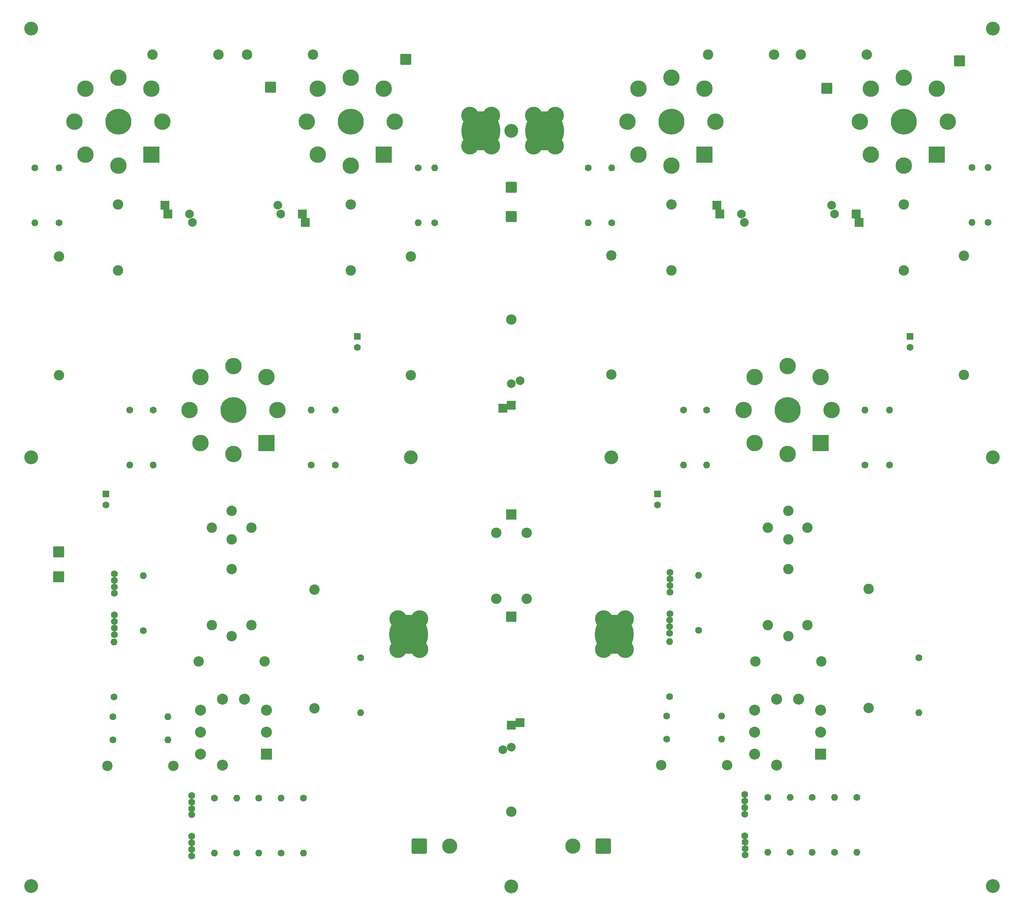
<source format=gbr>
%TF.GenerationSoftware,KiCad,Pcbnew,(6.0.0)*%
%TF.CreationDate,2022-02-22T13:29:26+00:00*%
%TF.ProjectId,Audionote Kit four v2,41756469-6f6e-46f7-9465-204b69742066,rev?*%
%TF.SameCoordinates,Original*%
%TF.FileFunction,Soldermask,Bot*%
%TF.FilePolarity,Negative*%
%FSLAX46Y46*%
G04 Gerber Fmt 4.6, Leading zero omitted, Abs format (unit mm)*
G04 Created by KiCad (PCBNEW (6.0.0)) date 2022-02-22 13:29:26*
%MOMM*%
%LPD*%
G01*
G04 APERTURE LIST*
G04 Aperture macros list*
%AMRoundRect*
0 Rectangle with rounded corners*
0 $1 Rounding radius*
0 $2 $3 $4 $5 $6 $7 $8 $9 X,Y pos of 4 corners*
0 Add a 4 corners polygon primitive as box body*
4,1,4,$2,$3,$4,$5,$6,$7,$8,$9,$2,$3,0*
0 Add four circle primitives for the rounded corners*
1,1,$1+$1,$2,$3*
1,1,$1+$1,$4,$5*
1,1,$1+$1,$6,$7*
1,1,$1+$1,$8,$9*
0 Add four rect primitives between the rounded corners*
20,1,$1+$1,$2,$3,$4,$5,0*
20,1,$1+$1,$4,$5,$6,$7,0*
20,1,$1+$1,$6,$7,$8,$9,0*
20,1,$1+$1,$8,$9,$2,$3,0*%
G04 Aperture macros list end*
%ADD10C,1.600000*%
%ADD11O,1.600000X1.600000*%
%ADD12C,3.200000*%
%ADD13R,2.000000X2.000000*%
%ADD14C,2.000000*%
%ADD15C,2.400000*%
%ADD16O,2.400000X2.400000*%
%ADD17C,4.000000*%
%ADD18C,9.000000*%
%ADD19RoundRect,0.249999X-1.025001X-1.025001X1.025001X-1.025001X1.025001X1.025001X-1.025001X1.025001X0*%
%ADD20C,6.000000*%
%ADD21R,3.810000X3.810000*%
%ADD22C,3.810000*%
%ADD23R,2.400000X2.400000*%
%ADD24R,2.540000X2.540000*%
%ADD25C,2.540000*%
%ADD26R,1.600000X1.600000*%
%ADD27RoundRect,0.249999X-1.025001X1.025001X-1.025001X-1.025001X1.025001X-1.025001X1.025001X1.025001X0*%
%ADD28RoundRect,0.250002X1.499998X1.499998X-1.499998X1.499998X-1.499998X-1.499998X1.499998X-1.499998X0*%
%ADD29C,3.500000*%
%ADD30RoundRect,0.250002X-1.499998X-1.499998X1.499998X-1.499998X1.499998X1.499998X-1.499998X1.499998X0*%
G04 APERTURE END LIST*
D10*
%TO.C,R35*%
X229793149Y-215290000D03*
D11*
X229793149Y-227990000D03*
%TD*%
D12*
%TO.C,REF\u002A\u002A*%
X281780000Y-235800000D03*
%TD*%
D10*
%TO.C,R20*%
X60510000Y-69850000D03*
D11*
X60510000Y-82550000D03*
%TD*%
D10*
%TO.C,6*%
X96677205Y-228790000D03*
%TD*%
%TO.C,1*%
X224500590Y-216131181D03*
%TD*%
D13*
%TO.C,C15*%
X91201072Y-80470000D03*
X90528928Y-78470000D03*
D14*
X96873216Y-82470000D03*
X96201072Y-80470000D03*
%TD*%
D10*
%TO.C,*%
X78860000Y-165160000D03*
%TD*%
D12*
%TO.C,REF\u002A\u002A*%
X193684892Y-136720000D03*
%TD*%
D15*
%TO.C,R53*%
X207550000Y-93530000D03*
D16*
X207550000Y-78290000D03*
%TD*%
D10*
%TO.C,2*%
X224500590Y-217631181D03*
%TD*%
D15*
%TO.C,R37*%
X205160000Y-207840000D03*
D16*
X220400000Y-207840000D03*
%TD*%
D10*
%TO.C,*%
X78860000Y-166660000D03*
%TD*%
%TO.C,R13*%
X135750000Y-183040000D03*
D11*
X135750000Y-195740000D03*
%TD*%
D10*
%TO.C,R34*%
X207132957Y-192006184D03*
D11*
X207132957Y-179306184D03*
%TD*%
D17*
%TO.C,REF\u002A\u002A*%
X180673800Y-64760400D03*
X180673800Y-57750000D03*
X175670000Y-64760400D03*
X175670000Y-57750000D03*
D18*
X178210000Y-61260400D03*
%TD*%
D15*
%TO.C,R26*%
X87648640Y-43693914D03*
D16*
X102888640Y-43693914D03*
%TD*%
D12*
%TO.C,REF\u002A\u002A*%
X147389381Y-136720000D03*
%TD*%
D15*
%TO.C,C12*%
X66039337Y-117774579D03*
X66039337Y-90274579D03*
%TD*%
%TO.C,*%
X105950000Y-155650000D03*
%TD*%
D19*
%TO.C,RFb*%
X66020000Y-158590687D03*
%TD*%
D10*
%TO.C,*%
X78860000Y-163660000D03*
%TD*%
D20*
%TO.C,U3*%
X79753555Y-59146499D03*
D21*
X87373555Y-66766499D03*
D22*
X89913555Y-59146499D03*
X87373555Y-51526499D03*
X79753555Y-48986499D03*
X72133555Y-51526499D03*
X69593555Y-59146499D03*
X72133555Y-66766499D03*
X79753555Y-69306499D03*
%TD*%
D19*
%TO.C,F1a*%
X170576000Y-74310000D03*
%TD*%
D23*
%TO.C,REF\u002A\u002A*%
X170560000Y-149900000D03*
D16*
X170560000Y-104900000D03*
%TD*%
D24*
%TO.C,U1*%
X114030000Y-205316894D03*
D25*
X114030000Y-200236894D03*
X114030000Y-195156894D03*
X108950000Y-192616894D03*
X103870000Y-192616894D03*
X98790000Y-195156894D03*
X98790000Y-200236894D03*
X98790000Y-205316894D03*
X103870000Y-207856894D03*
%TD*%
D10*
%TO.C,R12*%
X117397441Y-228120000D03*
D11*
X117397441Y-215420000D03*
%TD*%
D10*
%TO.C,*%
X224500590Y-214631181D03*
%TD*%
%TO.C,3*%
X224550000Y-227100000D03*
%TD*%
D12*
%TO.C,REF\u002A\u002A*%
X59670000Y-235800000D03*
%TD*%
D15*
%TO.C,R27*%
X109540096Y-43643914D03*
D16*
X124780096Y-43643914D03*
%TD*%
D10*
%TO.C,R3*%
X85510000Y-176720000D03*
D11*
X85510000Y-164020000D03*
%TD*%
D10*
%TO.C,R21*%
X152830000Y-82550000D03*
D11*
X152830000Y-69850000D03*
%TD*%
D19*
%TO.C,F1b*%
X170576000Y-81101867D03*
%TD*%
D10*
%TO.C,R14*%
X87850000Y-125790000D03*
D11*
X87850000Y-138490000D03*
%TD*%
D10*
%TO.C,7*%
X96677205Y-216379483D03*
%TD*%
%TO.C,R22*%
X66040000Y-82550000D03*
D11*
X66040000Y-69850000D03*
%TD*%
D12*
%TO.C,REF\u002A\u002A*%
X59670000Y-136720000D03*
%TD*%
D19*
%TO.C,J12*%
X274091039Y-45080000D03*
%TD*%
%TO.C,J9*%
X114948544Y-51170000D03*
%TD*%
D10*
%TO.C,R4*%
X78801979Y-192046184D03*
D11*
X78801979Y-179346184D03*
%TD*%
D17*
%TO.C,REF\u002A\u002A*%
X196870000Y-174065000D03*
D18*
X194330000Y-177565000D03*
D17*
X196870000Y-181075400D03*
X191866200Y-181075400D03*
X191866200Y-174065000D03*
%TD*%
D10*
%TO.C,C1*%
X78860000Y-168140000D03*
X78860000Y-173140000D03*
%TD*%
D15*
%TO.C,R24*%
X79710555Y-93530000D03*
D16*
X79710555Y-78290000D03*
%TD*%
D15*
%TO.C,*%
X234520212Y-155650000D03*
%TD*%
D20*
%TO.C,U4*%
X133451899Y-59130000D03*
D21*
X141071899Y-66750000D03*
D22*
X143611899Y-59130000D03*
X141071899Y-51510000D03*
X133451899Y-48970000D03*
X125831899Y-51510000D03*
X123291899Y-59130000D03*
X125831899Y-66750000D03*
X133451899Y-69290000D03*
%TD*%
D10*
%TO.C,R32*%
X206430000Y-196488141D03*
D11*
X219130000Y-196488141D03*
%TD*%
D13*
%TO.C,C31*%
X218728198Y-80470000D03*
X218056054Y-78470000D03*
D14*
X224400342Y-82470000D03*
X223728198Y-80470000D03*
%TD*%
D10*
%TO.C,R50*%
X280664958Y-82460000D03*
D11*
X280664958Y-69760000D03*
%TD*%
D15*
%TO.C,R38*%
X242140212Y-183840000D03*
D16*
X226900212Y-183840000D03*
%TD*%
D10*
%TO.C,R45*%
X210320000Y-125790000D03*
D11*
X210320000Y-138490000D03*
%TD*%
D15*
%TO.C,R9*%
X113590000Y-183880000D03*
D16*
X98350000Y-183880000D03*
%TD*%
D10*
%TO.C,R46*%
X257962382Y-138490000D03*
D11*
X257962382Y-125790000D03*
%TD*%
D10*
%TO.C,R15*%
X124317802Y-138450000D03*
D11*
X124317802Y-125750000D03*
%TD*%
D13*
%TO.C,C16*%
X122275052Y-80470000D03*
X122947196Y-82470000D03*
D14*
X116602908Y-78470000D03*
X117275052Y-80470000D03*
%TD*%
D15*
%TO.C,*%
X105950000Y-162490000D03*
%TD*%
D13*
%TO.C,C8*%
X168560000Y-125342544D03*
X170560000Y-124670400D03*
D14*
X172560000Y-118998256D03*
X170560000Y-119670400D03*
%TD*%
D12*
%TO.C,REF\u002A\u002A*%
X170560000Y-235820000D03*
%TD*%
D10*
%TO.C,R36*%
X234935708Y-227990000D03*
D11*
X234935708Y-215290000D03*
%TD*%
D15*
%TO.C,C22*%
X229818408Y-175480000D03*
X229818408Y-152980000D03*
%TD*%
D13*
%TO.C,C32*%
X250915005Y-82470000D03*
X250242861Y-80470000D03*
D14*
X244570717Y-78470000D03*
X245242861Y-80470000D03*
%TD*%
D10*
%TO.C,R33*%
X213830000Y-176690000D03*
D11*
X213830000Y-163990000D03*
%TD*%
D10*
%TO.C,R10*%
X112240000Y-215420000D03*
D11*
X112240000Y-228120000D03*
%TD*%
D15*
%TO.C,*%
X234520212Y-149090000D03*
%TD*%
D10*
%TO.C,*%
X207180000Y-163310000D03*
%TD*%
D26*
%TO.C,C26*%
X204339529Y-145178551D03*
D10*
X204339529Y-147678551D03*
%TD*%
D15*
%TO.C,R56*%
X237416753Y-43643914D03*
D16*
X252656753Y-43643914D03*
%TD*%
D27*
%TO.C,LFb*%
X66020000Y-164290687D03*
%TD*%
D12*
%TO.C,REF\u002A\u002A*%
X281780000Y-136720000D03*
%TD*%
D10*
%TO.C,R2*%
X78490000Y-196612166D03*
D11*
X91190000Y-196612166D03*
%TD*%
D10*
%TO.C,4*%
X224550000Y-228600000D03*
%TD*%
%TO.C,C4*%
X96677205Y-224280000D03*
X96677205Y-219280000D03*
%TD*%
%TO.C,5*%
X96677205Y-227290000D03*
%TD*%
D13*
%TO.C,C2*%
X170560000Y-198635757D03*
X172560000Y-197963613D03*
D14*
X170560000Y-203635757D03*
X168560000Y-204307901D03*
%TD*%
D10*
%TO.C,R41*%
X245220826Y-227990000D03*
D11*
X245220826Y-215290000D03*
%TD*%
D10*
%TO.C,*%
X224550000Y-225600000D03*
%TD*%
D15*
%TO.C,R54*%
X261230000Y-93530000D03*
D16*
X261230000Y-78290000D03*
%TD*%
D15*
%TO.C,C11*%
X147389381Y-117774579D03*
X147389381Y-90274579D03*
%TD*%
%TO.C,*%
X234520212Y-162490000D03*
%TD*%
D24*
%TO.C,U5*%
X242008408Y-205306894D03*
D25*
X242008408Y-200226894D03*
X242008408Y-195146894D03*
X236928408Y-192606894D03*
X231848408Y-192606894D03*
X226768408Y-195146894D03*
X226768408Y-200226894D03*
X226768408Y-205306894D03*
X231848408Y-207846894D03*
%TD*%
D10*
%TO.C,*%
X96677205Y-214879483D03*
%TD*%
%TO.C,R39*%
X240078267Y-215290000D03*
D11*
X240078267Y-227990000D03*
%TD*%
D15*
%TO.C,C28*%
X275134737Y-117660000D03*
X275134737Y-90160000D03*
%TD*%
%TO.C,R55*%
X216009124Y-43643914D03*
D16*
X231249124Y-43643914D03*
%TD*%
D10*
%TO.C,R44*%
X252222382Y-138490000D03*
D11*
X252222382Y-125790000D03*
%TD*%
D10*
%TO.C,*%
X207140000Y-174340000D03*
%TD*%
D15*
%TO.C,C5*%
X101400000Y-175480000D03*
X101400000Y-152980000D03*
%TD*%
D20*
%TO.C,U7*%
X207550000Y-59120000D03*
D21*
X215170000Y-66740000D03*
D22*
X217710000Y-59120000D03*
X215170000Y-51500000D03*
X207550000Y-48960000D03*
X199930000Y-51500000D03*
X197390000Y-59120000D03*
X199930000Y-66740000D03*
X207550000Y-69280000D03*
%TD*%
D10*
%TO.C,*%
X78840000Y-174650000D03*
%TD*%
%TO.C,9*%
X78840000Y-176150000D03*
%TD*%
D26*
%TO.C,C10*%
X134945847Y-108803959D03*
D10*
X134945847Y-111303959D03*
%TD*%
%TO.C,*%
X96677205Y-225790000D03*
%TD*%
%TO.C,*%
X207140000Y-177340000D03*
%TD*%
D15*
%TO.C,C7*%
X110540000Y-152980000D03*
X110540000Y-175480000D03*
%TD*%
%TO.C,C29*%
X193684892Y-117580000D03*
X193684892Y-90080000D03*
%TD*%
D10*
%TO.C,R17*%
X129870000Y-138450000D03*
D11*
X129870000Y-125750000D03*
%TD*%
D19*
%TO.C,J10*%
X146151135Y-44760000D03*
%TD*%
D10*
%TO.C,C21*%
X224500590Y-224140000D03*
X224500590Y-219140000D03*
%TD*%
D12*
%TO.C,REF\u002A\u002A*%
X170560000Y-61270000D03*
%TD*%
D23*
%TO.C,REF\u002A\u002A*%
X170560000Y-173540000D03*
D16*
X170560000Y-218540000D03*
%TD*%
D10*
%TO.C,R51*%
X193758643Y-82520000D03*
D11*
X193758643Y-69820000D03*
%TD*%
D26*
%TO.C,C9*%
X76936617Y-145178551D03*
D10*
X76936617Y-147678551D03*
%TD*%
%TO.C,R31*%
X206430000Y-201839070D03*
D11*
X219130000Y-201839070D03*
%TD*%
D10*
%TO.C,*%
X207140000Y-175840000D03*
%TD*%
D15*
%TO.C,R19*%
X174080000Y-169400163D03*
D16*
X174080000Y-154160163D03*
%TD*%
D19*
%TO.C,J11*%
X243429904Y-51470000D03*
%TD*%
D15*
%TO.C,C6*%
X125050000Y-194740000D03*
X125050000Y-167240000D03*
%TD*%
D10*
%TO.C,10*%
X78840000Y-177650000D03*
%TD*%
D28*
%TO.C,In Right *%
X191800000Y-226579930D03*
D29*
X184800000Y-226579930D03*
%TD*%
D17*
%TO.C,REF\u002A\u002A*%
X165988239Y-57750000D03*
X160984439Y-57750000D03*
X160984439Y-64760400D03*
X165988239Y-64760400D03*
D18*
X163524439Y-61260400D03*
%TD*%
D10*
%TO.C,R5*%
X101969764Y-215430000D03*
D11*
X101969764Y-228130000D03*
%TD*%
D20*
%TO.C,U8*%
X261230000Y-59120000D03*
D21*
X268850000Y-66740000D03*
D22*
X271390000Y-59120000D03*
X268850000Y-51500000D03*
X261230000Y-48960000D03*
X253610000Y-51500000D03*
X251070000Y-59120000D03*
X253610000Y-66740000D03*
X261230000Y-69280000D03*
%TD*%
D10*
%TO.C,*%
X207180000Y-166310000D03*
%TD*%
%TO.C,R16*%
X82384758Y-125789615D03*
D11*
X82384758Y-138489615D03*
%TD*%
D15*
%TO.C,C24*%
X238958408Y-152980000D03*
X238958408Y-175480000D03*
%TD*%
D10*
%TO.C,8*%
X96677205Y-217879483D03*
%TD*%
%TO.C,R42*%
X264700000Y-183040000D03*
D11*
X264700000Y-195740000D03*
%TD*%
D20*
%TO.C,U2*%
X106410000Y-125808979D03*
D21*
X114030000Y-133428979D03*
D22*
X116570000Y-125808979D03*
X114030000Y-118188979D03*
X106410000Y-115648979D03*
X98790000Y-118188979D03*
X96250000Y-125808979D03*
X98790000Y-133428979D03*
X106410000Y-135968979D03*
%TD*%
D10*
%TO.C,R52*%
X277010035Y-69740000D03*
D11*
X277010035Y-82440000D03*
%TD*%
D10*
%TO.C,*%
X207180000Y-164810000D03*
%TD*%
%TO.C,R49*%
X188342004Y-69820000D03*
D11*
X188342004Y-82520000D03*
%TD*%
D15*
%TO.C,*%
X105950000Y-178040000D03*
%TD*%
D10*
%TO.C,R1*%
X78490000Y-202002975D03*
D11*
X91190000Y-202002975D03*
%TD*%
D10*
%TO.C,R43*%
X215680000Y-125790000D03*
D11*
X215680000Y-138490000D03*
%TD*%
D20*
%TO.C,U6*%
X234388408Y-125798979D03*
D21*
X242008408Y-133418979D03*
D22*
X244548408Y-125798979D03*
X242008408Y-118178979D03*
X234388408Y-115638979D03*
X226768408Y-118178979D03*
X224228408Y-125798979D03*
X226768408Y-133418979D03*
X234388408Y-135958979D03*
%TD*%
D15*
%TO.C,R8*%
X77260000Y-207964025D03*
D16*
X92500000Y-207964025D03*
%TD*%
D10*
%TO.C,R11*%
X122540000Y-215420000D03*
D11*
X122540000Y-228120000D03*
%TD*%
D26*
%TO.C,C27*%
X262660000Y-108803959D03*
D10*
X262660000Y-111303959D03*
%TD*%
D15*
%TO.C,*%
X105950000Y-149090000D03*
%TD*%
%TO.C,R18*%
X167040000Y-154150000D03*
D16*
X167040000Y-169390000D03*
%TD*%
D10*
%TO.C,R40*%
X250363385Y-215290000D03*
D11*
X250363385Y-227990000D03*
%TD*%
D10*
%TO.C,R23*%
X149065427Y-69850000D03*
D11*
X149065427Y-82550000D03*
%TD*%
D12*
%TO.C,REF\u002A\u002A*%
X59670000Y-37640000D03*
%TD*%
D30*
%TO.C,IN Left*%
X149290000Y-226579930D03*
D29*
X156290000Y-226579930D03*
%TD*%
D15*
%TO.C,R25*%
X133461986Y-93490000D03*
D16*
X133461986Y-78250000D03*
%TD*%
D10*
%TO.C,R6*%
X107112323Y-228130000D03*
D11*
X107112323Y-215430000D03*
%TD*%
D15*
%TO.C,C23*%
X253090000Y-194610000D03*
X253090000Y-167110000D03*
%TD*%
%TO.C,*%
X234520212Y-178040000D03*
%TD*%
D10*
%TO.C,C19*%
X207180000Y-167840000D03*
X207180000Y-172840000D03*
%TD*%
D17*
%TO.C,REF\u002A\u002A*%
X149380000Y-174065000D03*
X144376200Y-174065000D03*
X149380000Y-181075400D03*
D18*
X146840000Y-177565000D03*
D17*
X144376200Y-181075400D03*
%TD*%
D12*
%TO.C,REF\u002A\u002A*%
X281780000Y-37640000D03*
%TD*%
M02*

</source>
